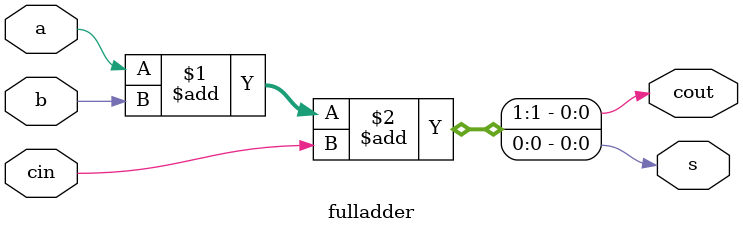
<source format=v>
module fulladder(
    output s,
    output cout,
    input a,
    input b,
    input cin
);
    // fiz a descricao dataflow (mais simples)
    assign {cout,s} = a+b+cin;

    // faz voce a descricao estrutural :)

endmodule
</source>
